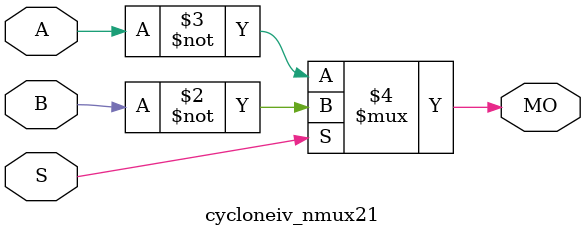
<source format=v>
module cycloneiv_nmux21 (MO, A, B, S);
   input A, B, S; 
   output MO; 
   assign MO = (S == 1) ? ~B : ~A; 
endmodule
</source>
